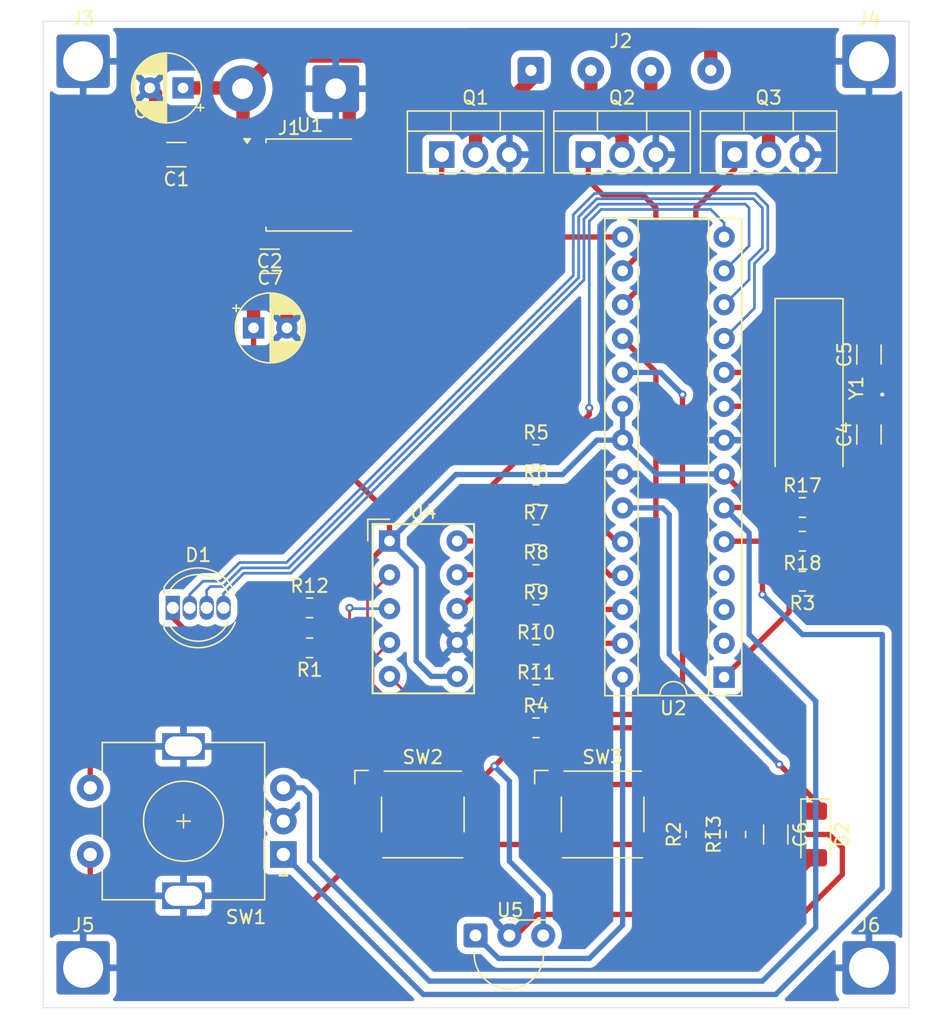
<source format=kicad_pcb>
(kicad_pcb (version 20240108) (generator "pcbnew") (generator_version "8.0")
  (layers (0 "F.Cu" signal) (31 "B.Cu" signal) (34 "B.Paste" user) (35 "F.Paste" user) (36 "B.SilkS" user "B.Silkscreen") (37 "F.SilkS" user "F.Silkscreen") (38 "B.Mask" user) (39 "F.Mask" user) (44 "Edge.Cuts" user))
  (net 0 "")
  (net 1 "GND")
  (net 2 "+12V")
  (net 3 "+5V")
  (net 4 "Net-(U2-XTAL1{slash}PB6)")
  (net 5 "Net-(U2-XTAL2{slash}PB7)")
  (net 6 "Net-(D1-GK)")
  (net 7 "Net-(D1-BK)")
  (net 8 "Net-(D1-A)")
  (net 9 "Net-(D1-RK)")
  (net 10 "Net-(Q1-G)")
  (net 11 "Net-(J2-Pin_3)")
  (net 12 "Net-(Q2-G)")
  (net 13 "Net-(J2-Pin_2)")
  (net 14 "Net-(Q3-G)")
  (net 15 "Net-(J2-Pin_1)")
  (net 16 "Net-(D2-K)")
  (net 17 "Net-(D2-A)")
  (net 18 "Net-(U2-~{RESET}{slash}PC6)")
  (net 19 "Net-(R1-Pad2)")
  (net 20 "Net-(U2-PB0)")
  (net 21 "Net-(R4-Pad2)")
  (net 22 "Net-(U2-PC1)")
  (net 23 "Net-(U2-PC2)")
  (net 24 "Net-(U4-A)")
  (net 25 "Net-(U2-PC3)")
  (net 26 "Net-(U4-B)")
  (net 27 "Net-(U4-C)")
  (net 28 "Net-(U2-PC4)")
  (net 29 "Net-(U2-PB4)")
  (net 30 "Net-(U4-D)")
  (net 31 "Net-(U4-E)")
  (net 32 "Net-(U2-PB5)")
  (net 33 "Net-(U4-F)")
  (net 34 "Net-(U4-G)")
  (net 35 "Net-(U2-PD3)")
  (net 36 "Net-(U2-PD4)")
  (net 37 "Net-(U2-PC5)")
  (footprint "Resistor_SMD:R_0805_2012Metric_Pad1.20x1.40mm_HandSolder" (layer "F.Cu") (at 110 100.5)
    (property "Reference" "R7" (at 0 -1.65 0) (layer "F.SilkS"))
    (property "Value" "220")
    (pad "1" smd roundrect (at -1 0) (size 1.2 1.4) (layers "F.Cu" "F.Paste" "F.Mask") (roundrect_rratio 0.208333) (net 27 "Net-(U4-C)"))
    (pad "2" smd roundrect (at 1 0) (size 1.2 1.4) (layers "F.Cu" "F.Paste" "F.Mask") (roundrect_rratio 0.208333) (net 23 "Net-(U2-PC2)"))
  )
  (footprint "Package_TO_SOT_THT:TO-220-3_Vertical" (layer "F.Cu") (at 102.92 72)
    (property "Reference" "Q1" (at 2.54 -4.27 0) (layer "F.SilkS"))
    (property "Value" "IRF740")
    (pad "1" thru_hole rect (at 0 0) (size 1.905 2) (drill 1.1) (layers "*.Cu" "*.Mask") (net 10 "Net-(Q1-G)"))
    (pad "2" thru_hole oval (at 2.54 0) (size 1.905 2) (drill 1.1) (layers "*.Cu" "*.Mask") (net 15 "Net-(J2-Pin_1)"))
    (pad "3" thru_hole oval (at 5.08 0) (size 1.905 2) (drill 1.1) (layers "*.Cu" "*.Mask") (net 1 "GND"))
  )
  (footprint "Rotary_Encoder:RotaryEncoder_Alps_EC11E-Switch_Vertical_H20mm" (layer "F.Cu") (at 91.030977 124.5 180)
    (property "Reference" "SW1" (at 2.8 -4.7 0) (layer "F.SilkS"))
    (property "Value" "RotaryEncoder_Switch_MP")
    (pad "A" thru_hole rect (at 0 0 180) (size 2 2) (drill 1) (layers "*.Cu" "*.Mask") (net 35 "Net-(U2-PD3)"))
    (pad "B" thru_hole circle (at 0 5 180) (size 2 2) (drill 1) (layers "*.Cu" "*.Mask") (net 36 "Net-(U2-PD4)"))
    (pad "C" thru_hole circle (at 0 2.5 180) (size 2 2) (drill 1) (layers "*.Cu" "*.Mask") (net 1 "GND"))
    (pad "MP" thru_hole rect (at 7.5 -3.1 180) (size 3.2 2) (drill oval 2.8 1.5) (layers "*.Cu" "*.Mask") (net 1 "GND"))
    (pad "MP" thru_hole rect (at 7.5 8.1 180) (size 3.2 2) (drill oval 2.8 1.5) (layers "*.Cu" "*.Mask") (net 1 "GND"))
    (pad "S1" thru_hole circle (at 14.5 5 180) (size 2 2) (drill 1) (layers "*.Cu" "*.Mask") (net 19 "Net-(R1-Pad2)"))
    (pad "S2" thru_hole circle (at 14.5 0 180) (size 2 2) (drill 1) (layers "*.Cu" "*.Mask") (net 17 "Net-(D2-A)"))
  )
  (footprint "Crystal:Crystal_SMD_HC49-SD" (layer "F.Cu") (at 130.5 89.5 -90)
    (property "Reference" "Y1" (at 0 -3.55 90) (layer "F.SilkS"))
    (property "Value" "16MHz")
    (pad "1" smd rect (at -4.25 0 270) (size 4.5 2) (layers "F.Cu" "F.Paste" "F.Mask") (net 5 "Net-(U2-XTAL2{slash}PB7)"))
    (pad "2" smd rect (at 4.25 0 270) (size 4.5 2) (layers "F.Cu" "F.Paste" "F.Mask") (net 4 "Net-(U2-XTAL1{slash}PB6)"))
  )
  (footprint "Button_Switch_SMD:SW_SPST_Omron_B3FS-100xP" (layer "F.Cu") (at 115 121.5)
    (property "Reference" "SW3" (at 0 -4.3 0) (layer "F.SilkS"))
    (property "Value" "SW_Omron_B3FS")
    (pad "1" smd rect (at -4 -2.25 180) (size 1.6 1.4) (layers "F.Cu" "F.Paste" "F.Mask") (net 21 "Net-(R4-Pad2)"))
    (pad "1" smd rect (at 4 -2.25 180) (size 1.6 1.4) (layers "F.Cu" "F.Paste" "F.Mask") (net 21 "Net-(R4-Pad2)"))
    (pad "2" smd rect (at -4 2.25 180) (size 1.6 1.4) (layers "F.Cu" "F.Paste" "F.Mask") (net 17 "Net-(D2-A)"))
    (pad "2" smd rect (at 4 2.25 180) (size 1.6 1.4) (layers "F.Cu" "F.Paste" "F.Mask") (net 17 "Net-(D2-A)"))
  )
  (footprint "Connector_Wire:SolderWire-0.25sqmm_1x04_P4.5mm_D0.65mm_OD2mm" (layer "F.Cu") (at 109.620761 65.681049)
    (property "Reference" "J2" (at 6.75 -2.2 0) (layer "F.SilkS"))
    (property "Value" "Conn_01x04_Socket")
    (pad "1" thru_hole roundrect (at 0 0) (size 2 2) (drill 0.85) (layers "*.Cu" "*.Mask") (roundrect_rratio 0.125) (net 15 "Net-(J2-Pin_1)"))
    (pad "2" thru_hole circle (at 4.5 0) (size 2 2) (drill 0.85) (layers "*.Cu" "*.Mask") (net 13 "Net-(J2-Pin_2)"))
    (pad "3" thru_hole circle (at 9 0) (size 2 2) (drill 0.85) (layers "*.Cu" "*.Mask") (net 11 "Net-(J2-Pin_3)"))
    (pad "4" thru_hole circle (at 13.5 0) (size 2 2) (drill 0.85) (layers "*.Cu" "*.Mask") (net 2 "+12V"))
  )
  (footprint "Resistor_SMD:R_0805_2012Metric_Pad1.20x1.40mm_HandSolder" (layer "F.Cu") (at 110 109.5)
    (property "Reference" "R10" (at 0 -1.65 0) (layer "F.SilkS"))
    (property "Value" "220")
    (pad "1" smd roundrect (at -1 0) (size 1.2 1.4) (layers "F.Cu" "F.Paste" "F.Mask") (roundrect_rratio 0.208333) (net 33 "Net-(U4-F)"))
    (pad "2" smd roundrect (at 1 0) (size 1.2 1.4) (layers "F.Cu" "F.Paste" "F.Mask") (roundrect_rratio 0.208333) (net 29 "Net-(U2-PB4)"))
  )
  (footprint "Resistor_SMD:R_0805_2012Metric_Pad1.20x1.40mm_HandSolder" (layer "F.Cu") (at 125 123 90)
    (property "Reference" "R13" (at 0 -1.65 90) (layer "F.SilkS"))
    (property "Value" "470")
    (pad "1" smd roundrect (at -1 0 90) (size 1.2 1.4) (layers "F.Cu" "F.Paste" "F.Mask") (roundrect_rratio 0.208333) (net 17 "Net-(D2-A)"))
    (pad "2" smd roundrect (at 1 0 90) (size 1.2 1.4) (layers "F.Cu" "F.Paste" "F.Mask") (roundrect_rratio 0.208333) (net 16 "Net-(D2-K)"))
  )
  (footprint "Resistor_SMD:R_0805_2012Metric_Pad1.20x1.40mm_HandSolder" (layer "F.Cu") (at 130 101 180)
    (property "Reference" "R18" (at 0 -1.65 0) (layer "F.SilkS"))
    (property "Value" "10k")
    (pad "1" smd roundrect (at -1 0 180) (size 1.2 1.4) (layers "F.Cu" "F.Paste" "F.Mask") (roundrect_rratio 0.208333) (net 3 "+5V"))
    (pad "2" smd roundrect (at 1 0 180) (size 1.2 1.4) (layers "F.Cu" "F.Paste" "F.Mask") (roundrect_rratio 0.208333) (net 35 "Net-(U2-PD3)"))
  )
  (footprint "Resistor_SMD:R_0805_2012Metric_Pad1.20x1.40mm_HandSolder" (layer "F.Cu") (at 122 123 90)
    (property "Reference" "R2" (at 0 -1.65 90) (layer "F.SilkS"))
    (property "Value" "10k")
    (pad "1" smd roundrect (at -1 0 90) (size 1.2 1.4) (layers "F.Cu" "F.Paste" "F.Mask") (roundrect_rratio 0.208333) (net 17 "Net-(D2-A)"))
    (pad "2" smd roundrect (at 1 0 90) (size 1.2 1.4) (layers "F.Cu" "F.Paste" "F.Mask") (roundrect_rratio 0.208333) (net 1 "GND"))
  )
  (footprint "Capacitor_THT:CP_Radial_D5.0mm_P2.50mm" (layer "F.Cu") (at 88.794888 85)
    (property "Reference" "C7" (at 1.25 -3.75 0) (layer "F.SilkS"))
    (property "Value" "10uF 25V")
    (pad "1" thru_hole rect (at 0 0) (size 1.6 1.6) (drill 0.8) (layers "*.Cu" "*.Mask") (net 3 "+5V"))
    (pad "2" thru_hole circle (at 2.5 0) (size 1.6 1.6) (drill 0.8) (layers "*.Cu" "*.Mask") (net 1 "GND"))
  )
  (footprint "Capacitor_SMD:C_1206_3216Metric_Pad1.33x1.80mm_HandSolder" (layer "F.Cu") (at 128 123 -90)
    (property "Reference" "C6" (at 0 -1.85 90) (layer "F.SilkS"))
    (property "Value" "1uF")
    (pad "1" smd roundrect (at -1.5625 0 270) (size 1.325 1.8) (layers "F.Cu" "F.Paste" "F.Mask") (roundrect_rratio 0.188679) (net 16 "Net-(D2-K)"))
    (pad "2" smd roundrect (at 1.5625 0 270) (size 1.325 1.8) (layers "F.Cu" "F.Paste" "F.Mask") (roundrect_rratio 0.188679) (net 1 "GND"))
  )
  (footprint "Resistor_SMD:R_0805_2012Metric_Pad1.20x1.40mm_HandSolder" (layer "F.Cu") (at 110 103.5)
    (property "Reference" "R8" (at 0 -1.65 0) (layer "F.SilkS"))
    (property "Value" "220")
    (pad "1" smd roundrect (at -1 0) (size 1.2 1.4) (layers "F.Cu" "F.Paste" "F.Mask") (roundrect_rratio 0.208333) (net 30 "Net-(U4-D)"))
    (pad "2" smd roundrect (at 1 0) (size 1.2 1.4) (layers "F.Cu" "F.Paste" "F.Mask") (roundrect_rratio 0.208333) (net 25 "Net-(U2-PC3)"))
  )
  (footprint "Package_DIP:DIP-28_W7.62mm_Socket" (layer "F.Cu") (at 124.12 111.2 180)
    (property "Reference" "U2" (at 3.81 -2.33 0) (layer "F.SilkS"))
    (property "Value" "ATmega328-P")
    (pad "1" thru_hole rect (at 0 0 180) (size 1.6 1.6) (drill 0.8) (layers "*.Cu" "*.Mask") (net 18 "Net-(U2-~{RESET}{slash}PC6)"))
    (pad "2" thru_hole oval (at 0 2.54 180) (size 1.6 1.6) (drill 0.8) (layers "*.Cu" "*.Mask"))
    (pad "3" thru_hole oval (at 0 5.08 180) (size 1.6 1.6) (drill 0.8) (layers "*.Cu" "*.Mask"))
    (pad "4" thru_hole oval (at 0 7.62 180) (size 1.6 1.6) (drill 0.8) (layers "*.Cu" "*.Mask"))
    (pad "5" thru_hole oval (at 0 10.16 180) (size 1.6 1.6) (drill 0.8) (layers "*.Cu" "*.Mask") (net 35 "Net-(U2-PD3)"))
    (pad "6" thru_hole oval (at 0 12.7 180) (size 1.6 1.6) (drill 0.8) (layers "*.Cu" "*.Mask") (net 36 "Net-(U2-PD4)"))
    (pad "7" thru_hole oval (at 0 15.24 180) (size 1.6 1.6) (drill 0.8) (layers "*.Cu" "*.Mask") (net 3 "+5V"))
    (pad "8" thru_hole oval (at 0 17.78 180) (size 1.6 1.6) (drill 0.8) (layers "*.Cu" "*.Mask") (net 1 "GND"))
    (pad "9" thru_hole oval (at 0 20.32 180) (size 1.6 1.6) (drill 0.8) (layers "*.Cu" "*.Mask") (net 4 "Net-(U2-XTAL1{slash}PB6)"))
    (pad "10" thru_hole oval (at 0 22.86 180) (size 1.6 1.6) (drill 0.8) (layers "*.Cu" "*.Mask") (net 5 "Net-(U2-XTAL2{slash}PB7)"))
    (pad "11" thru_hole oval (at 0 25.4 180) (size 1.6 1.6) (drill 0.8) (layers "*.Cu" "*.Mask") (net 9 "Net-(D1-RK)"))
    (pad "12" thru_hole oval (at 0 27.94 180) (size 1.6 1.6) (drill 0.8) (layers "*.Cu" "*.Mask") (net 6 "Net-(D1-GK)"))
    (pad "13" thru_hole oval (at 0 30.48 180) (size 1.6 1.6) (drill 0.8) (layers "*.Cu" "*.Mask") (net 7 "Net-(D1-BK)"))
    (pad "14" thru_hole oval (at 0 33.02 180) (size 1.6 1.6) (drill 0.8) (layers "*.Cu" "*.Mask") (net 20 "Net-(U2-PB0)"))
    (pad "15" thru_hole oval (at 7.62 33.02 180) (size 1.6 1.6) (drill 0.8) (layers "*.Cu" "*.Mask") (net 10 "Net-(Q1-G)"))
    (pad "16" thru_hole oval (at 7.62 30.48 180) (size 1.6 1.6) (drill 0.8) (layers "*.Cu" "*.Mask") (net 12 "Net-(Q2-G)"))
    (pad "17" thru_hole oval (at 7.62 27.94 180) (size 1.6 1.6) (drill 0.8) (layers "*.Cu" "*.Mask") (net 14 "Net-(Q3-G)"))
    (pad "18" thru_hole oval (at 7.62 25.4 180) (size 1.6 1.6) (drill 0.8) (layers "*.Cu" "*.Mask") (net 29 "Net-(U2-PB4)"))
    (pad "19" thru_hole oval (at 7.62 22.86 180) (size 1.6 1.6) (drill 0.8) (layers "*.Cu" "*.Mask") (net 32 "Net-(U2-PB5)"))
    (pad "20" thru_hole oval (at 7.62 20.32 180) (size 1.6 1.6) (drill 0.8) (layers "*.Cu" "*.Mask") (net 3 "+5V"))
    (pad "21" thru_hole oval (at 7.62 17.78 180) (size 1.6 1.6) (drill 0.8) (layers "*.Cu" "*.Mask") (net 3 "+5V"))
    (pad "22" thru_hole oval (at 7.62 15.24 180) (size 1.6 1.6) (drill 0.8) (layers "*.Cu" "*.Mask") (net 1 "GND"))
    (pad "23" thru_hole oval (at 7.62 12.7 180) (size 1.6 1.6) (drill 0.8) (layers "*.Cu" "*.Mask") (net 16 "Net-(D2-K)"))
    (pad "24" thru_hole oval (at 7.62 10.16 180) (size 1.6 1.6) (drill 0.8) (layers "*.Cu" "*.Mask") (net 22 "Net-(U2-PC1)"))
    (pad "25" thru_hole oval (at 7.62 7.62 180) (size 1.6 1.6) (drill 0.8) (layers "*.Cu" "*.Mask") (net 23 "Net-(U2-PC2)"))
    (pad "26" thru_hole oval (at 7.62 5.08 180) (size 1.6 1.6) (drill 0.8) (layers "*.Cu" "*.Mask") (net 25 "Net-(U2-PC3)"))
    (pad "27" thru_hole oval (at 7.62 2.54 180) (size 1.6 1.6) (drill 0.8) (layers "*.Cu" "*.Mask") (net 28 "Net-(U2-PC4)"))
    (pad "28" thru_hole oval (at 7.62 0 180) (size 1.6 1.6) (drill 0.8) (layers "*.Cu" "*.Mask") (net 37 "Net-(U2-PC5)"))
  )
  (footprint "Resistor_SMD:R_0805_2012Metric_Pad1.20x1.40mm_HandSolder" (layer "F.Cu") (at 93 109 180)
    (property "Reference" "R1" (at 0 -1.65 0) (layer "F.SilkS"))
    (property "Value" "15k")
    (pad "1" smd roundrect (at -1 0 180) (size 1.2 1.4) (layers "F.Cu" "F.Paste" "F.Mask") (roundrect_rratio 0.208333) (net 3 "+5V"))
    (pad "2" smd roundrect (at 1 0 180) (size 1.2 1.4) (layers "F.Cu" "F.Paste" "F.Mask") (roundrect_rratio 0.208333) (net 19 "Net-(R1-Pad2)"))
  )
  (footprint "Package_TO_SOT_THT:TO-220-3_Vertical" (layer "F.Cu") (at 124.92 72)
    (property "Reference" "Q3" (at 2.54 -4.27 0) (layer "F.SilkS"))
    (property "Value" "IRF740")
    (pad "1" thru_hole rect (at 0 0) (size 1.905 2) (drill 1.1) (layers "*.Cu" "*.Mask") (net 14 "Net-(Q3-G)"))
    (pad "2" thru_hole oval (at 2.54 0) (size 1.905 2) (drill 1.1) (layers "*.Cu" "*.Mask") (net 11 "Net-(J2-Pin_3)"))
    (pad "3" thru_hole oval (at 5.08 0) (size 1.905 2) (drill 1.1) (layers "*.Cu" "*.Mask") (net 1 "GND"))
  )
  (footprint "Resistor_SMD:R_0805_2012Metric_Pad1.20x1.40mm_HandSolder" (layer "F.Cu") (at 93 106)
    (property "Reference" "R12" (at 0 -1.65 0) (layer "F.SilkS"))
    (property "Value" "220")
    (pad "1" smd roundrect (at -1 0) (size 1.2 1.4) (layers "F.Cu" "F.Paste" "F.Mask") (roundrect_rratio 0.208333) (net 8 "Net-(D1-A)"))
    (pad "2" smd roundrect (at 1 0) (size 1.2 1.4) (layers "F.Cu" "F.Paste" "F.Mask") (roundrect_rratio 0.208333) (net 3 "+5V"))
  )
  (footprint "Resistor_SMD:R_0805_2012Metric_Pad1.20x1.40mm_HandSolder" (layer "F.Cu") (at 110 112.5)
    (property "Reference" "R11" (at 0 -1.65 0) (layer "F.SilkS"))
    (property "Value" "220")
    (pad "1" smd roundrect (at -1 0) (size 1.2 1.4) (layers "F.Cu" "F.Paste" "F.Mask") (roundrect_rratio 0.208333) (net 34 "Net-(U4-G)"))
    (pad "2" smd roundrect (at 1 0) (size 1.2 1.4) (layers "F.Cu" "F.Paste" "F.Mask") (roundrect_rratio 0.208333) (net 32 "Net-(U2-PB5)"))
  )
  (footprint "Capacitor_SMD:C_1206_3216Metric_Pad1.33x1.80mm_HandSolder" (layer "F.Cu") (at 83 72 180)
    (property "Reference" "C1" (at 0 -1.85 0) (layer "F.SilkS"))
    (property "Value" "0.33uF")
    (pad "1" smd roundrect (at -1.5625 0 180) (size 1.325 1.8) (layers "F.Cu" "F.Paste" "F.Mask") (roundrect_rratio 0.188679) (net 2 "+12V"))
    (pad "2" smd roundrect (at 1.5625 0 180) (size 1.325 1.8) (layers "F.Cu" "F.Paste" "F.Mask") (roundrect_rratio 0.188679) (net 1 "GND"))
  )
  (footprint "Resistor_SMD:R_0805_2012Metric_Pad1.20x1.40mm_HandSolder" (layer "F.Cu") (at 110 97.5)
    (property "Reference" "R6" (at 0 -1.65 0) (layer "F.SilkS"))
    (property "Value" "220")
    (pad "1" smd roundrect (at -1 0) (size 1.2 1.4) (layers "F.Cu" "F.Paste" "F.Mask") (roundrect_rratio 0.208333) (net 26 "Net-(U4-B)"))
    (pad "2" smd roundrect (at 1 0) (size 1.2 1.4) (layers "F.Cu" "F.Paste" "F.Mask") (roundrect_rratio 0.208333) (net 22 "Net-(U2-PC1)"))
  )
  (footprint "Resistor_SMD:R_0805_2012Metric_Pad1.20x1.40mm_HandSolder" (layer "F.Cu") (at 110 115)
    (property "Reference" "R4" (at 0 -1.65 0) (layer "F.SilkS"))
    (property "Value" "4,7k")
    (pad "1" smd roundrect (at -1 0) (size 1.2 1.4) (layers "F.Cu" "F.Paste" "F.Mask") (roundrect_rratio 0.208333) (net 3 "+5V"))
    (pad "2" smd roundrect (at 1 0) (size 1.2 1.4) (layers "F.Cu" "F.Paste" "F.Mask") (roundrect_rratio 0.208333) (net 21 "Net-(R4-Pad2)"))
  )
  (footprint "Package_TO_SOT_SMD:TO-252-2" (layer "F.Cu") (at 93.04 74.28)
    (property "Reference" "U1" (at 0 -4.5 0) (layer "F.SilkS"))
    (property "Value" "LM78M05_TO252")
    (pad "1" smd roundrect (at -5.04 -2.28) (size 2.2 1.2) (layers "F.Cu" "F.Paste" "F.Mask") (roundrect_rratio 0.208333) (net 2 "+12V"))
    (pad "2" smd roundrect (at -0.415 -1.525) (size 3.05 2.75) (layers "F.Cu" "F.Paste") (roundrect_rratio 0.090909) (net 1 "GND"))
    (pad "2" smd roundrect (at -0.415 1.525) (size 3.05 2.75) (layers "F.Cu" "F.Paste") (roundrect_rratio 0.090909) (net 1 "GND"))
    (pad "2" smd roundrect (at 1.26 0) (size 6.4 5.8) (layers "F.Cu" "F.Mask") (roundrect_rratio 0.043103) (net 1 "GND"))
    (pad "2" smd roundrect (at 2.935 -1.525) (size 3.05 2.75) (layers "F.Cu" "F.Paste") (roundrect_rratio 0.090909) (net 1 "GND"))
    (pad "2" smd roundrect (at 2.935 1.525) (size 3.05 2.75) (layers "F.Cu" "F.Paste") (roundrect_rratio 0.090909) (net 1 "GND"))
    (pad "3" smd roundrect (at -5.04 2.28) (size 2.2 1.2) (layers "F.Cu" "F.Paste" "F.Mask") (roundrect_rratio 0.208333) (net 3 "+5V"))
  )
  (footprint "Connector_Wire:SolderWire-2.5sqmm_1x01_D2.4mm_OD3.6mm" (layer "F.Cu") (at 135 133)
    (property "Reference" "J6" (at 0 -3.2 0) (layer "F.SilkS"))
    (property "Value" "Conn_01x01_Pin")
    (pad "1" thru_hole roundrect (at 0 0) (size 4 4) (drill 3) (layers "*.Cu" "*.Mask") (roundrect_rratio 0.0625) (net 1 "GND"))
  )
  (footprint "Resistor_SMD:R_0805_2012Metric_Pad1.20x1.40mm_HandSolder" (layer "F.Cu") (at 110 106.5)
    (property "Reference" "R9" (at 0 -1.65 0) (layer "F.SilkS"))
    (property "Value" "220")
    (pad "1" smd roundrect (at -1 0) (size 1.2 1.4) (layers "F.Cu" "F.Paste" "F.Mask") (roundrect_rratio 0.208333) (net 31 "Net-(U4-E)"))
    (pad "2" smd roundrect (at 1 0) (size 1.2 1.4) (layers "F.Cu" "F.Paste" "F.Mask") (roundrect_rratio 0.208333) (net 28 "Net-(U2-PC4)"))
  )
  (footprint "Capacitor_THT:CP_Radial_D5.0mm_P2.50mm" (layer "F.Cu") (at 83.5 67 180)
    (property "Reference" "C3" (at 2.75 -1.75 0) (layer "F.SilkS"))
    (property "Value" "100uF 25V")
    (pad "1" thru_hole rect (at 0 0 180) (size 1.6 1.6) (drill 0.8) (layers "*.Cu" "*.Mask") (net 2 "+12V"))
    (pad "2" thru_hole circle (at 2.5 0 180) (size 1.6 1.6) (drill 0.8) (layers "*.Cu" "*.Mask") (net 1 "GND"))
  )
  (footprint "Capacitor_SMD:C_1206_3216Metric_Pad1.33x1.80mm_HandSolder" (layer "F.Cu") (at 135 87 90)
    (property "Reference" "C5" (at 0 -1.85 90) (layer "F.SilkS"))
    (property "Value" "22pF")
    (pad "1" smd roundrect (at -1.5625 0 90) (size 1.325 1.8) (layers "F.Cu" "F.Paste" "F.Mask") (roundrect_rratio 0.188679) (net 1 "GND"))
    (pad "2" smd roundrect (at 1.5625 0 90) (size 1.325 1.8) (layers "F.Cu" "F.Paste" "F.Mask") (roundrect_rratio 0.188679) (net 5 "Net-(U2-XTAL2{slash}PB7)"))
  )
  (footprint "OptoDevice:Vishay_MINIMOLD-3Pin" (layer "F.Cu") (at 105.46 130.575)
    (property "Reference" "U5" (at 2.6 -1.9 180) (layer "F.SilkS"))
    (property "Value" "TSOP531xx")
    (pad "1" thru_hole roundrect (at 0 0) (size 1.8 1.8) (drill 0.9) (layers "*.Cu" "*.Mask") (roundrect_rratio 0.139) (net 37 "Net-(U2-PC5)"))
    (pad "2" thru_hole circle (at 2.54 0) (size 1.8 1.8) (drill 0.9) (layers "*.Cu" "*.Mask") (net 1 "GND"))
    (pad "3" thru_hole circle (at 5.08 0) (size 1.8 1.8) (drill 0.9) (layers "*.Cu" "*.Mask") (net 3 "+5V"))
  )
  (footprint "Resistor_SMD:R_0805_2012Metric_Pad1.20x1.40mm_HandSolder" (layer "F.Cu") (at 130 98.471556)
    (property "Reference" "R17" (at 0 -1.65 0) (layer "F.SilkS"))
    (property "Value" "10k")
    (pad "1" smd roundrect (at -1 0) (size 1.2 1.4) (layers "F.Cu" "F.Paste" "F.Mask") (roundrect_rratio 0.208333) (net 36 "Net-(U2-PD4)"))
    (pad "2" smd roundrect (at 1 0) (size 1.2 1.4) (layers "F.Cu" "F.Paste" "F.Mask") (roundrect_rratio 0.208333) (net 3 "+5V"))
  )
  (footprint "Connector_Wire:SolderWire-0.75sqmm_1x02_P7mm_D1.25mm_OD3.5mm" (layer "F.Cu") (at 94.96 67.055 180)
    (property "Reference" "J1" (at 3.5 -2.95 0) (layer "F.SilkS"))
    (property "Value" "Conn_01x02")
    (pad "1" thru_hole roundrect (at 0 0 180) (size 3.5 3.5) (drill 1.55) (layers "*.Cu" "*.Mask") (roundrect_rratio 0.071429) (net 1 "GND"))
    (pad "2" thru_hole circle (at 7 0 180) (size 3.5 3.5) (drill 1.55) (layers "*.Cu" "*.Mask") (net 2 "+12V"))
  )
  (footprint "Capacitor_SMD:C_1206_3216Metric_Pad1.33x1.80mm_HandSolder" (layer "F.Cu") (at 90 80)
    (property "Reference" "C2" (at 0 0 0) (layer "F.SilkS"))
    (property "Value" "0.1uF")
    (pad "1" smd roundrect (at -1.5625 0) (size 1.325 1.8) (layers "F.Cu" "F.Paste" "F.Mask") (roundrect_rratio 0.188679) (net 3 "+5V"))
    (pad "2" smd roundrect (at 1.5625 0) (size 1.325 1.8) (layers "F.Cu" "F.Paste" "F.Mask") (roundrect_rratio 0.188679) (net 1 "GND"))
  )
  (footprint "Connector_Wire:SolderWire-2.5sqmm_1x01_D2.4mm_OD3.6mm" (layer "F.Cu") (at 135 65)
    (property "Reference" "J4" (at 0 -3.2 0) (layer "F.SilkS"))
    (property "Value" "Conn_01x01_Pin")
    (pad "1" thru_hole roundrect (at 0 0) (size 4 4) (drill 3) (layers "*.Cu" "*.Mask") (roundrect_rratio 0.0625) (net 1 "GND"))
  )
  (footprint "Connector_Wire:SolderWire-2.5sqmm_1x01_D2.4mm_OD3.6mm" (layer "F.Cu") (at 76 133)
    (property "Reference" "J5" (at 0 -3.2 0) (layer "F.SilkS"))
    (property "Value" "Conn_01x01_Pin")
    (pad "1" thru_hole roundrect (at 0 0) (size 4 4) (drill 3) (layers "*.Cu" "*.Mask") (roundrect_rratio 0.0625) (net 1 "GND"))
  )
  (footprint "Capacitor_SMD:C_1206_3216Metric_Pad1.33x1.80mm_HandSolder" (layer "F.Cu") (at 135 93 90)
    (property "Reference" "C4" (at 0 -1.85 90) (layer "F.SilkS"))
    (property "Value" "22pF")
    (pad "1" smd roundrect (at -1.5625 0 90) (size 1.325 1.8) (layers "F.Cu" "F.Paste" "F.Mask") (roundrect_rratio 0.188679) (net 4 "Net-(U2-XTAL1{slash}PB6)"))
    (pad "2" smd roundrect (at 1.5625 0 90) (size 1.325 1.8) (layers "F.Cu" "F.Paste" "F.Mask") (roundrect_rratio 0.188679) (net 1 "GND"))
  )
  (footprint "Resistor_SMD:R_0805_2012Metric_Pad1.20x1.40mm_HandSolder" (layer "F.Cu") (at 110 94.5)
    (property "Reference" "R5" (at 0 -1.65 0) (layer "F.SilkS"))
    (property "Value" "220")
    (pad "1" smd roundrect (at -1 0) (size 1.2 1.4) (layers "F.Cu" "F.Paste" "F.Mask") (roundrect_rratio 0.208333) (net 24 "Net-(U4-A)"))
    (pad "2" smd roundrect (at 1 0) (size 1.2 1.4) (layers "F.Cu" "F.Paste" "F.Mask") (roundrect_rratio 0.208333) (net 20 "Net-(U2-PB0)"))
  )
  (footprint "Resistor_SMD:R_0805_2012Metric_Pad1.20x1.40mm_HandSolder" (layer "F.Cu") (at 130 104 180)
    (property "Reference" "R3" (at 0 -1.65 0) (layer "F.SilkS"))
    (property "Value" "10k")
    (pad "1" smd roundrect (at -1 0 180) (size 1.2 1.4) (layers "F.Cu" "F.Paste" "F.Mask") (roundrect_rratio 0.208333) (net 3 "+5V"))
    (pad "2" smd roundrect (at 1 0 180) (size 1.2 1.4) (layers "F.Cu" "F.Paste" "F.Mask") (roundrect_rratio 0.208333) (net 18 "Net-(U2-~{RESET}{slash}PC6)"))
  )
  (footprint "Display_7Segment:HDSP-A151" (layer "F.Cu") (at 99 100.9825)
    (property "Reference" "U4" (at 2.54 -2.159 0) (layer "F.SilkS"))
    (property "Value" "HDSP-7501")
    (pad "1" thru_hole rect (at 0 0) (size 1.6 1.6) (drill 0.8) (layers "*.Cu" "*.Mask") (net 3 "+5V"))
    (pad "2" thru_hole circle (at 0 2.54) (size 1.6 1.6) (drill 0.8) (layers "*.Cu" "*.Mask") (net 33 "Net-(U4-F)"))
    (pad "3" thru_hole circle (at 0 5.08) (size 1.6 1.6) (drill 0.8) (layers "*.Cu" "*.Mask") (net 34 "Net-(U4-G)"))
    (pad "4" thru_hole circle (at 0 7.62) (size 1.6 1.6) (drill 0.8) (layers "*.Cu" "*.Mask") (net 31 "Net-(U4-E)"))
    (pad "5" thru_hole circle (at 0 10.16) (size 1.6 1.6) (drill 0.8) (layers "*.Cu" "*.Mask") (net 30 "Net-(U4-D)"))
    (pad "6" thru_hole circle (at 5.08 10.16) (size 1.6 1.6) (drill 0.8) (layers "*.Cu" "*.Mask") (net 3 "+5V"))
    (pad "7" thru_hole circle (at 5.08 7.62) (size 1.6 1.6) (drill 0.8) (layers "*.Cu" "*.Mask") (net 1 "GND"))
    (pad "8" thru_hole circle (at 5.08 5.08) (size 1.6 1.6) (drill 0.8) (layers "*.Cu" "*.Mask") (net 27 "Net-(U4-C)"))
    (pad "9" thru_hole circle (at 5.08 2.54) (size 1.6 1.6) (drill 0.8) (layers "*.Cu" "*.Mask") (net 26 "Net-(U4-B)"))
    (pad "10" thru_hole circle (at 5.08 0) (size 1.6 1.6) (drill 0.8) (layers "*.Cu" "*.Mask") (net 24 "Net-(U4-A)"))
  )
  (footprint "Diode_SMD:D_MiniMELF" (layer "F.Cu") (at 131 123 -90)
    (property "Reference" "D2" (at 0 -2 90) (layer "F.SilkS"))
    (property "Value" "D")
    (pad "1" smd roundrect (at -1.75 0 270) (size 1.3 1.7) (layers "F.Cu" "F.Paste" "F.Mask") (roundrect_rratio 0.1923076923) (net 16 "Net-(D2-K)"))
    (pad "2" smd roundrect (at 1.75 0 270) (size 1.3 1.7) (layers "F.Cu" "F.Paste" "F.Mask") (roundrect_rratio 0.1923076923) (net 17 "Net-(D2-A)"))
  )
  (footprint "LED_THT:LED_D5.0mm-4_RGB" (layer "F.Cu") (at 82.73 106)
    (property "Reference" "D1" (at 1.905 -3.96 0) (layer "F.SilkS"))
    (property "Value" "LED_ARGB")
    (pad "1" thru_hole rect (at 0 0) (size 1.07 1.8) (drill 0.9) (layers "*.Cu" "*.Mask") (net 8 "Net-(D1-A)"))
    (pad "2" thru_hole oval (at 1.27 0) (size 1.07 1.8) (drill 0.9) (layers "*.Cu" "*.Mask") (net 9 "Net-(D1-RK)"))
    (pad "3" thru_hole oval (at 2.54 0) (size 1.07 1.8) (drill 0.9) (layers "*.Cu" "*.Mask") (net 6 "Net-(D1-GK)"))
    (pad "4" thru_hole oval (at 3.81 0) (size 1.07 1.8) (drill 0.9) (layers "*.Cu" "*.Mask") (net 7 "Net-(D1-BK)"))
  )
  (footprint "Button_Switch_SMD:SW_SPST_Omron_B3FS-100xP" (layer "F.Cu") (at 101.5 121.5)
    (property "Reference" "SW2" (at 0 -4.3 0) (layer "F.SilkS"))
    (property "Value" "SW_Omron_B3FS")
    (pad "1" smd rect (at -4 -2.25 180) (size 1.6 1.4) (layers "F.Cu" "F.Paste" "F.Mask") (net 3 "+5V"))
    (pad "1" smd rect (at 4 -2.25 180) (size 1.6 1.4) (layers "F.Cu" "F.Paste" "F.Mask") (net 3 "+5V"))
    (pad "2" smd rect (at -4 2.25 180) (size 1.6 1.4) (layers "F.Cu" "F.Paste" "F.Mask") (net 17 "Net-(D2-A)"))
    (pad "2" smd rect (at 4 2.25 180) (size 1.6 1.4) (layers "F.Cu" "F.Paste" "F.Mask") (net 17 "Net-(D2-A)"))
  )
  (footprint "Connector_Wire:SolderWire-2.5sqmm_1x01_D2.4mm_OD3.6mm" (layer "F.Cu") (at 76 65)
    (property "Reference" "J3" (at 0 -3.2 0) (layer "F.SilkS"))
    (property "Value" "Conn_01x01_Pin")
    (pad "1" thru_hole roundrect (at 0 0) (size 4 4) (drill 3) (layers "*.Cu" "*.Mask") (roundrect_rratio 0.0625) (net 1 "GND"))
  )
  (footprint "Package_TO_SOT_THT:TO-220-3_Vertical" (layer "F.Cu") (at 113.92 72)
    (property "Reference" "Q2" (at 2.54 -4.27 0) (layer "F.SilkS"))
    (property "Value" "IRF740")
    (pad "1" thru_hole rect (at 0 0) (size 1.905 2) (drill 1.1) (layers "*.Cu" "*.Mask") (net 12 "Net-(Q2-G)"))
    (pad "2" thru_hole oval (at 2.54 0) (size 1.905 2) (drill 1.1) (layers "*.Cu" "*.Mask") (net 13 "Net-(J2-Pin_2)"))
    (pad "3" thru_hole oval (at 5.08 0) (size 1.905 2) (drill 1.1) (layers "*.Cu" "*.Mask") (net 1 "GND"))
  )
  (gr_rect (start 73 62) (end 138 136) (stroke (width 0.05)) (fill none) (layer "Edge.Cuts"))
  (gr_text "GEFUR" (at 77 95 0) (layer "F.Cu") (effects (font (size 1.5 1.5) (thickness 0.3) (bold yes)) (justify left bottom)))
  (segment (start 91.5625 80) (end 91.5625 76.8675) (width 1) (layer "F.Cu") (net 1))
  (segment (start 95.975 72.755) (end 95.975 68.07) (width 1) (layer "F.Cu") (net 1))
  (segment (start 130 129) (end 110.075 129) (width 0.4) (layer "F.Cu") (net 1))
  (segment (start 122 122) (end 123 123) (width 0.4) (layer "F.Cu") (net 1))
  (segment (start 135 90) (end 136 90) (width 0.4) (layer "F.Cu") (net 1))
  (segment (start 91.294888 85) (end 91.294888 80.267612) (width 1) (layer "F.Cu") (net 1))
  (segment (start 133 124) (end 133 126) (width 0.4) (layer "F.Cu") (net 1))
  (segment (start 91.294888 80.267612) (end 91.5625 80) (width 1) (layer "F.Cu") (net 1))
  (segment (start 128 123) (end 132 123) (width 0.4) (layer "F.Cu") (net 1))
  (segment (start 132 123) (end 133 124) (width 0.4) (layer "F.Cu") (net 1))
  (segment (start 81.4375 72) (end 81.4375 67.4375) (width 1) (layer "F.Cu") (net 1))
  (segment (start 92.625 72.755) (end 95.975 72.755) (width 1) (layer "F.Cu") (net 1))
  (segment (start 135 91.4375) (end 135 90) (width 0.4) (layer "F.Cu") (net 1))
  (segment (start 92.625 75.805) (end 95.975 75.805) (width 1) (layer "F.Cu") (net 1))
  (segment (start 128 124.5625) (end 128 123) (width 0.4) (layer "F.Cu") (net 1))
  (segment (start 91.5625 76.8675) (end 92.625 75.805) (width 1) (layer "F.Cu") (net 1))
  (segment (start 133 126) (end 130 129) (width 0.4) (layer "F.Cu") (net 1))
  (segment (start 110.075 129) (end 108 131.075) (width 0.4) (layer "F.Cu") (net 1))
  (segment (start 81.4375 67.4375) (end 81 67) (width 1) (layer "F.Cu") (net 1))
  (segment (start 95.975 75.805) (end 95.975 72.755) (width 1) (layer "F.Cu") (net 1))
  (segment (start 123 123) (end 128 123) (width 0.4) (layer "F.Cu") (net 1))
  (segment (start 135 90) (end 135 88.5625) (width 0.4) (layer "F.Cu") (net 1))
  (segment (start 95.975 68.07) (end 94.96 67.055) (width 1) (layer "F.Cu") (net 1))
  (segment (start 92.625 72.755) (end 92.625 75.805) (width 1) (layer "F.Cu") (net 1))
  (via (at 136 90) (size 0.6) (drill 0.3) (layers "F.Cu" "B.Cu") (net 1))
  (segment (start 87.96 67.055) (end 90.41 64.605) (width 1) (layer "F.Cu") (net 2))
  (segment (start 83.5 67) (end 87.905 67) (width 1) (layer "F.Cu") (net 2))
  (segment (start 84.5625 72) (end 88 72) (width 1) (layer "F.Cu") (net 2))
  (segment (start 105 63) (end 122 63) (width 1) (layer "F.Cu") (net 2))
  (segment (start 122 63) (end 123.120761 64.120761) (width 1) (layer "F.Cu") (net 2))
  (segment (start 87.905 67) (end 87.96 67.055) (width 1) (layer "F.Cu") (net 2))
  (segment (start 88 67.095) (end 87.96 67.055) (width 1) (layer "F.Cu") (net 2))
  (segment (start 103.395 64.605) (end 105 63) (width 1) (layer "F.Cu") (net 2))
  (segment (start 123.120761 64.120761) (end 123.120761 65.681049) (width 1) (layer "F.Cu") (net 2))
  (segment (start 88 72) (end 88 67.095) (width 1) (layer "F.Cu") (net 2))
  (segment (start 90.41 64.605) (end 103.395 64.605) (width 1) (layer "F.Cu") (net 2))
  (segment (start 88.4375 76.9975) (end 88 76.56) (width 1) (layer "F.Cu") (net 3))
  (segment (start 105.5 119.25) (end 106.875 117.875) (width 0.4) (layer "F.Cu") (net 3))
  (segment (start 88.794888 88.794888) (end 99 99) (width 0.4) (layer "F.Cu") (net 3))
  (segment (start 94 106) (end 94 109) (width 0.4) (layer "F.Cu") (net 3))
  (segment (start 88.794888 85) (end 88.794888 80.357388) (width 1) (layer "F.Cu") (net 3))
  (segment (start 88.794888 85) (end 88.794888 88.794888) (width 0.4) (layer "F.Cu") (net 3))
  (segment (start 88.794888 80.357388) (end 88.4375 80) (width 1) (layer "F.Cu") (net 3))
  (segment (start 131 101) (end 131 104) (width 0.4) (layer "F.Cu") (net 3))
  (segment (start 131 98.471556) (end 131 101) (width 0.4) (layer "F.Cu") (net 3))
  (segment (start 97.5 119.25) (end 94.25 116) (width 0.4) (layer "F.Cu") (net 3))
  (segment (start 94 116) (end 94 109) (width 0.4) (layer "F.Cu") (net 3))
  (segment (start 129.528444 97) (end 125.16 97) (width 0.4) (layer "F.Cu") (net 3))
  (segment (start 88.4375 80) (end 88.4375 76.9975) (width 1) (layer "F.Cu") (net 3))
  (segment (start 99 99) (end 99 100.9825) (width 0.4) (layer "F.Cu") (net 3))
  (segment (start 94 106) (end 99 101) (width 0.4) (layer "F.Cu") (net 3))
  (segment (start 97.5 119.25) (end 105.5 119.25) (width 0.4) (layer "F.Cu") (net 3))
  (segment (start 131 98.471556) (end 129.528444 97) (width 0.4) (layer "F.Cu") (net 3))
  (segment (start 94.25 116) (end 94 116) (width 0.4) (layer "F.Cu") (net 3))
  (segment (start 109 115.75) (end 109 115) (width 0.4) (layer "F.Cu") (net 3))
  (segment (start 106.875 117.875) (end 109 115.75) (width 0.4) (layer "F.Cu") (net 3))
  (segment (start 99 101) (end 99 100.9825) (width 0.4) (layer "F.Cu") (net 3))
  (segment (start 125.16 97) (end 124.12 95.96) (width 0.4) (layer "F.Cu") (net 3))
  (via (at 106.875 117.875) (size 0.6) (drill 0.3) (layers "F.Cu" "B.Cu") (net 3))
  (segment (start 101 110) (end 102.1425 111.1425) (width 0.4) (layer "B.Cu") (net 3))
  (segment (start 110.54 131.075) (end 110.54 127.54) (width 0.4) (layer "B.Cu") (net 3))
  (segment (start 108 125) (end 108 119) (width 0.4) (layer "B.Cu") (net 3))
  (segment (start 108 119) (end 106.875 117.875) (width 0.4) (layer "B.Cu") (net 3))
  (segment (start 119.04 95.96) (end 116.5 93.42) (width 0.4) (layer "B.Cu") (net 3))
  (segment (start 99 100.9825) (end 103.9825 96) (width 0.4) (layer "B.Cu") (net 3))
  (segment (start 110.54 127.54) (end 108 125) (width 0.4) (layer "B.Cu") (net 3))
  (segment (start 103.9825 96) (end 112 96) (width 0.4) (layer "B.Cu") (net 3))
  (segment (start 102.1425 111.1425) (end 104.08 111.1425) (width 0.4) (layer "B.Cu") (net 3))
  (segment (start 116.5 93.42) (end 116.5 90.88) (width 0.4) (layer "B.Cu") (net 3))
  (segment (start 124.12 95.96) (end 119.04 95.96) (width 0.4) (layer "B.Cu") (net 3))
  (segment (start 101 102.9825) (end 101 110) (width 0.4) (layer "B.Cu") (net 3))
  (segment (start 112 96) (end 114.58 93.42) (width 0.4) (layer "B.Cu") (net 3))
  (segment (start 99 100.9825) (end 101 102.9825) (width 0.4) (layer "B.Cu") (net 3))
  (segment (start 114.58 93.42) (end 116.5 93.42) (width 0.4) (layer "B.Cu") (net 3))
  (segment (start 130.5 93.75) (end 127.75 91) (width 0.4) (layer "F.Cu") (net 4))
  (segment (start 131.3125 94.5625) (end 130.5 93.75) (width 0.4) (layer "F.Cu") (net 4))
  (segment (start 125.88 90.88) (end 124.12 90.88) (width 0.4) (layer "F.Cu") (net 4))
  (segment (start 127.75 91) (end 126 91) (width 0.4) (layer "F.Cu") (net 4))
  (segment (start 126 91) (end 125.88 90.88) (width 0.4) (layer "F.Cu") (net 4))
  (segment (start 135 94.5625) (end 131.3125 94.5625) (width 0.4) (layer "F.Cu") (net 4))
  (segment (start 135 85.4375) (end 134.810607 85.248107) (width 0.4) (layer "F.Cu") (net 5))
  (segment (start 126.66 88.34) (end 124.12 88.34) (width 0.4) (layer "F.Cu") (net 5))
  (segment (start 130.5 85.25) (end 129.75 85.25) (width 0.4) (layer "F.Cu") (net 5))
  (segment (start 129.75 85.25) (end 126.66 88.34) (width 0.4) (layer "F.Cu") (net 5))
  (segment (start 130.501893 85.248107) (end 130.5 85.25) (width 0.4) (layer "F.Cu") (net 5))
  (segment (start 134.810607 85.248107) (end 130.501893 85.248107) (width 0.4) (layer "F.Cu") (net 5))
  (segment (start 86.505 104.4) (end 85.5525 104.4) (width 0.2) (layer "B.Cu") (net 6))
  (segment (start 113.2 76.668628) (end 113.2 81.234314) (width 0.2) (layer "B.Cu") (net 6))
  (segment (start 124.12 83.26) (end 126 81.38) (width 0.2) (layer "B.Cu") (net 6))
  (segment (start 85.27 104.6825) (end 85.27 106) (width 0.2) (layer "B.Cu") (net 6))
  (segment (start 114.554906 75.313722) (end 113.2 76.668628) (width 0.2) (layer "B.Cu") (net 6))
  (segment (start 85.5525 104.4) (end 85.27 104.6825) (width 0.2) (layer "B.Cu") (net 6))
  (segment (start 91.434314 103) (end 87.905 103) (width 0.2) (layer "B.Cu") (net 6))
  (segment (start 126.313722 75.313722) (end 114.554906 75.313722) (width 0.2) (layer "B.Cu") (net 6))
  (segment (start 127 76) (end 126.313722 75.313722) (width 0.2) (layer "B.Cu") (net 6))
  (segment (start 127 79) (end 127 76) (width 0.2) (layer "B.Cu") (net 6))
  (segment (start 126 81.38) (end 126 80) (width 0.2) (layer "B.Cu") (net 6))
  (segment (start 113.2 81.234314) (end 91.434314 103) (width 0.2) (layer "B.Cu") (net 6))
  (segment (start 87.905 103) (end 86.505 104.4) (width 0.2) (layer "B.Cu") (net 6))
  (segment (start 126 80) (end 127 79) (width 0.2) (layer "B.Cu") (net 6))
  (segment (start 125.713722 75.713722) (end 114.720592 75.713722) (width 0.2) (layer "B.Cu") (net 7))
  (segment (start 88.070686 103.4) (end 86.54 104.930686) (width 0.2) (layer "B.Cu") (net 7))
  (segment (start 91.6 103.4) (end 113.6 81.4) (width 0.2) (layer "B.Cu") (net 7))
  (segment (start 86.54 104.930686) (end 86.54 106) (width 0.2) (layer "B.Cu") (net 7))
  (segment (start 126 76) (end 125.713722 75.713722) (width 0.2) (layer "B.Cu") (net 7))
  (segment (start 91.6 103.4) (end 88.070686 103.4) (width 0.2) (layer "B.Cu") (net 7))
  (segment (start 124.12 80.72) (end 126 78.84) (width 0.2) (layer "B.Cu") (net 7))
  (segment (start 113.6 76.834314) (end 113.6 81.4) (width 0.2) (layer "B.Cu") (net 7))
  (segment (start 114.720592 75.713722) (end 113.6 76.834314) (width 0.2) (layer "B.Cu") (net 7))
  (segment (start 126 78.84) (end 126 76) (width 0.2) (layer "B.Cu") (net 7))
  (segment (start 84 108) (end 82.73 106.73) (width 0.4) (layer "F.Cu") (net 8))
  (segment (start 90 108) (end 84 108) (width 0.4) (layer "F.Cu") (net 8))
  (segment (start 92 106) (end 90 108) (width 0.4) (layer "F.Cu") (net 8))
  (segment (start 82.73 106.73) (end 82.73 106) (width 0.4) (layer "F.Cu") (net 8))
  (segment (start 112.8 81.068628) (end 91.268628 102.6) (width 0.2) (layer "B.Cu") (net 9))
  (segment (start 127.4 79.165686) (end 127.4 75.834314) (width 0.2) (layer "B.Cu") (net 9))
  (segment (start 112.8 76.502942) (end 112.8 81.068628) (width 0.2) (layer "B.Cu") (net 9))
  (segment (start 84 105) (end 84 106) (width 0.2) (layer "B.Cu") (net 9))
  (segment (start 112.8 76.502942) (end 114.38922 74.913722) (width 0.2) (layer "B.Cu") (net 9))
  (segment (start 127.4 75.834314) (end 126.479408 74.913722) (width 0.2) (layer "B.Cu") (net 9))
  (segment (start 87.739314 102.6) (end 86.339314 104) (width 0.2) (layer "B.Cu") (net 9))
  (segment (start 126.4 80.165686) (end 127.4 79.165686) (width 0.2) (layer "B.Cu") (net 9))
  (segment (start 85 104) (end 84 105) (width 0.2) (layer "B.Cu") (net 9))
  (segment (start 126.479408 74.913722) (end 114.38922 74.913722) (width 0.2) (layer "B.Cu") (net 9))
  (segment (start 86.339314 104) (end 85 104) (width 0.2) (layer "B.Cu") (net 9))
  (segment (start 91.268628 102.6) (end 87.739314 102.6) (width 0.2) (layer "B.Cu") (net 9))
  (segment (start 124.12 85.8) (end 126.4 83.52) (width 0.2) (layer "B.Cu") (net 9))
  (segment (start 126.4 83.52) (end 126.4 80.165686) (width 0.2) (layer "B.Cu") (net 9))
  (segment (start 102.92 72) (end 102.92 75.92) (width 0.4) (layer "F.Cu") (net 10))
  (segment (start 105.18 78.18) (end 116.5 78.18) (width 0.4) (layer "F.Cu") (net 10))
  (segment (start 102.92 75.92) (end 105.18 78.18) (width 0.4) (layer "F.Cu") (net 10))
  (segment (start 127.46 70) (end 126.46 69) (width 1) (layer "F.Cu") (net 11))
  (segment (start 126.46 69) (end 120 69) (width 1) (layer "F.Cu") (net 11))
  (segment (start 120 69) (end 118.620761 67.620761) (width 1) (layer "F.Cu") (net 11))
  (segment (start 127.46 72) (end 127.46 70) (width 1) (layer "F.Cu") (net 11))
  (segment (start 118.620761 67.620761) (end 118.620761 65.681049) (width 1) (layer "F.Cu") (net 11))
  (segment (start 119 78.22) (end 116.5 80.72) (width 0.4) (layer "F.Cu") (net 12))
  (segment (start 118 75) (end 119 76) (width 0.4) (layer "F.Cu") (net 12))
  (segment (start 119 76) (end 119 78.22) (width 0.4) (layer "F.Cu") (net 12))
  (segment (start 113.92 72) (end 113.92 73.92) (width 0.4) (layer "F.Cu") (net 12))
  (segment (start 113.92 73.92) (end 115 75) (width 0.4) (layer "F.Cu") (net 12))
  (segment (start 115 75) (end 118 75) (width 0.4) (layer "F.Cu") (net 12))
  (segment (start 114.120761 68.199086) (end 114.120761 65.681049) (width 1) (layer "F.Cu") (net 13))
  (segment (start 116.46 70.538325) (end 114.120761 68.199086) (width 1) (layer "F.Cu") (net 13))
  (segment (start 116.46 72) (end 116.46 70.538325) (width 1) (layer "F.Cu") (net 13))
  (segment (start 124.92 72) (end 124.92 73.08) (width 0.4) (layer "F.Cu") (net 14))
  (segment (start 124.92 73.08) (end 122 76) (width 0.4) (layer "F.Cu") (net 14))
  (segment (start 122 76) (end 122 77.76) (width 0.4) (layer "F.Cu") (net 14))
  (segment (start 122 77.76) (end 116.5 83.26) (width 0.4) (layer "F.Cu") (net 14))
  (segment (start 109.620761 66.379239) (end 109.620761 65.681049) (width 1) (layer "F.Cu") (net 15))
  (segment (start 105.46 70.54) (end 109.620761 66.379239) (width 1) (layer "F.Cu") (net 15))
  (segment (start 105.46 72) (end 105.46 70.54) (width 1) (layer "F.Cu") (net 15))
  (segment (start 125 122) (end 127.4375 122) (width 0.4) (layer "F.Cu") (net 16))
  (segment (start 127.4375 122) (end 128 121.4375) (width 0.4) (layer "F.Cu") (net 16))
  (segment (start 128 121.4375) (end 130.8125 121.4375) (width 0.4) (layer "F.Cu") (net 16))
  (segment (start 131.25 120.73) (end 128.26 117.74) (width 0.4) (layer "F.Cu") (net 16))
  (segment (start 130.8125 121.4375) (end 131 121.25) (width 0.4) (layer "F.Cu") (net 16))
  (segment (start 131.25 121) (end 131.25 120.73) (width 0.4) (layer "F.Cu") (net 16))
  (via (at 128.26 117.74) (size 0.6) (drill 0.3) (layers "F.Cu" "B.Cu") (net 16))
  (segment (start 116.5 98.5) (end 119.5 98.5) (width 0.4) (layer "B.Cu") (net 16))
  (segment (start 120 99) (end 120 109.48) (width 0.4) (layer "B.Cu") (net 16))
  (segment (start 120 109.48) (end 128.26 117.74) (width 0.4) (layer "B.Cu") (net 16))
  (segment (start 119.5 98.5) (end 120 99) (width 0.4) (layer "B.Cu") (net 16))
  (segment (start 111 123.75) (end 119 123.75) (width 0.4) (layer "F.Cu") (net 17))
  (segment (start 76.530977 124.5) (end 76.530977 128) (width 0.4) (layer "F.Cu") (net 17))
  (segment (start 105.5 123.75) (end 111 123.75) (width 0.4) (layer "F.Cu") (net 17))
  (segment (start 128.75 127) (end 131 124.75) (width 0.4) (layer "F.Cu") (net 17))
  (segment (start 97.5 123.75) (end 105.5 123.75) (width 0.4) (layer "F.Cu") (net 17))
  (segment (start 125 126) (end 126 127) (width 0.4) (layer "F.Cu") (net 17))
  (segment (start 125 124) (end 125 126) (width 0.4) (layer "F.Cu") (net 17))
  (segment (start 78.530977 130) (end 91.25 130) (width 0.4) (layer "F.Cu") (net 17))
  (segment (start 122 124) (end 125 124) (width 0.4) (layer "F.Cu") (net 17))
  (segment (start 76.530977 128) (end 78.530977 130) (width 0.4) (layer "F.Cu") (net 17))
  (segment (start 121.75 123.75) (end 122 124) (width 0.4) (layer "F.Cu") (net 17))
  (segment (start 91.25 130) (end 97.5 123.75) (width 0.4) (layer "F.Cu") (net 17))
  (segment (start 126 127) (end 128.75 127) (width 0.4) (layer "F.Cu") (net 17))
  (segment (start 119 123.75) (end 121.75 123.75) (width 0.4) (layer "F.Cu") (net 17))
  (segment (start 124.12 111.2) (end 129 106.32) (width 0.4) (layer "F.Cu") (net 18))
  (segment (start 129 106.32) (end 129 104) (width 0.4) (layer "F.Cu") (net 18))
  (segment (start 78 113) (end 88 113) (width 0.4) (layer "F.Cu") (net 19))
  (segment (start 76.530977 114.469023) (end 78 113) (width 0.4) (layer "F.Cu") (net 19))
  (segment (start 76.530977 119.5) (end 76.530977 114.469023) (width 0.4) (layer "F.Cu") (net 19))
  (segment (start 88 113) (end 92 109) (width 0.4) (layer "F.Cu") (net 19))
  (segment (start 114 91.5) (end 114 91) (width 0.4) (layer "F.Cu") (net 20))
  (segment (start 111 94.5) (end 114 91.5) (width 0.4) (layer "F.Cu") (net 20))
  (via (at 114 91) (size 0.6) (drill 0.3) (layers "F.Cu" "B.Cu") (net 20))
  (segment (start 114.886278 76.113722) (end 114 77) (width 0.2) (layer "B.Cu") (net 20))
  (segment (start 124.12 77.12) (end 123.113722 76.113722) (width 0.2) (layer "B.Cu") (net 20))
  (segment (start 124.12 78.18) (end 124.12 77.12) (width 0.2) (layer "B.Cu") (net 20))
  (segment (start 123.113722 76.113722) (end 114.886278 76.113722) (width 0.2) (layer "B.Cu") (net 20))
  (segment (start 114 77) (end 114 91) (width 0.2) (layer "B.Cu") (net 20))
  (segment (start 111 115) (end 111 119.25) (width 0.4) (layer "F.Cu") (net 21))
  (segment (start 111 119.25) (end 119 119.25) (width 0.4) (layer "F.Cu") (net 21))
  (segment (start 116.04 101.04) (end 116.5 101.04) (width 0.4) (layer "F.Cu") (net 22))
  (segment (start 111 97.5) (end 112.5 97.5) (width 0.4) (layer "F.Cu") (net 22))
  (segment (start 112.5 97.5) (end 116.04 101.04) (width 0.4) (layer "F.Cu") (net 22))
  (segment (start 115.58 103.58) (end 116.5 103.58) (width 0.4) (layer "F.Cu") (net 23))
  (segment (start 112.5 100.5) (end 115.58 103.58) (width 0.4) (layer "F.Cu") (net 23))
  (segment (start 111 100.5) (end 112.5 100.5) (width 0.4) (layer "F.Cu") (net 23))
  (segment (start 106.4 100.6) (end 106.4 97.1) (width 0.4) (layer "F.Cu") (net 24))
  (segment (start 106.4 97.1) (end 109 94.5) (width 0.4) (layer "F.Cu") (net 24))
  (segment (start 106.0175 100.9825) (end 106.4 100.6) (width 0.4) (layer "F.Cu") (net 24))
  (segment (start 104.08 100.9825) (end 106.0175 100.9825) (width 0.4) (layer "F.Cu") (net 24))
  (segment (start 111 103.5) (end 112.5 103.5) (width 0.4) (layer "F.Cu") (net 25))
  (segment (start 112.5 103.5) (end 115.12 106.12) (width 0.4) (layer "F.Cu") (net 25))
  (segment (start 115.12 106.12) (end 116.5 106.12) (width 0.4) (layer "F.Cu") (net 25))
  (segment (start 107.198422 101.801578) (end 107.198422 97.801578) (width 0.4) (layer "F.Cu") (net 26))
  (segment (start 107.198422 97.801578) (end 107.5 97.5) (width 0.4) (layer "F.Cu") (net 26))
  (segment (start 107.5 97.5) (end 109 97.5) (width 0.4) (layer "F.Cu") (net 26))
  (segment (start 105.4775 103.5225) (end 107.198422 101.801578) (width 0.4) (layer "F.Cu") (net 26))
  (segment (start 104.08 103.5225) (end 105.4775 103.5225) (width 0.4) (layer "F.Cu") (net 26))
  (segment (start 108 102.36459) (end 108 101) (width 0.4) (layer "F.Cu") (net 27))
  (segment (start 104.30209 106.0625) (end 108 102.36459) (width 0.4) (layer "F.Cu") (net 27))
  (segment (start 104.08 106.0625) (end 104.30209 106.0625) (width 0.4) (layer "F.Cu") (net 27))
  (segment (start 108 101) (end 108.5 100.5) (width 0.4) (layer "F.Cu") (net 27))
  (segment (start 108.5 100.5) (end 109 100.5) (width 0.4) (layer "F.Cu") (net 27))
  (segment (start 112.5 106.5) (end 114.66 108.66) (width 0.4) (layer "F.Cu") (net 28))
  (segment (start 111 106.5) (end 112.5 106.5) (width 0.4) (layer "F.Cu") (net 28))
  (segment (start 114.66 108.66) (end 116.5 108.66) (width 0.4) (layer "F.Cu") (net 28))
  (segment (start 118 114) (end 119 113) (width 0.4) (layer "F.Cu") (net 29))
  (segment (start 115.5 114) (end 118 114) (width 0.4) (layer "F.Cu") (net 29))
  (segment (start 111 109.5) (end 115.5 114) (width 0.4) (layer "F.Cu") (net 29))
  (segment (start 119 113) (end 119 88.3) (width 0.4) (layer "F.Cu") (net 29))
  (segment (start 119 88.3) (end 116.5 85.8) (width 0.4) (layer "F.Cu") (net 29))
  (segment (start 105.767541 113.232459) (end 101.089959 113.232459) (width 0.2) (layer "F.Cu") (net 30))
  (segment (start 108.5 103.5) (end 106 106) (width 0.2) (layer "F.Cu") (net 30))
  (segment (start 106 113) (end 105.767541 113.232459) (width 0.2) (layer "F.Cu") (net 30))
  (segment (start 101.089959 113.232459) (end 99 111.1425) (width 0.2) (layer "F.Cu") (net 30))
  (segment (start 109 103.5) (end 108.5 103.5) (width 0.2) (layer "F.Cu") (net 30))
  (segment (start 106 106) (end 106 113) (width 0.2) (layer "F.Cu") (net 30))
  (segment (start 109 106.5) (end 107.5 106.5) (width 0.2) (layer "F.Cu") (net 31))
  (segment (start 97.753553 111.753553) (end 97.753553 109.848947) (width 0.2) (layer "F.Cu") (net 31))
  (segment (start 107.5 106.5) (end 106.4 107.6) (width 0.2) (layer "F.Cu") (net 31))
  (segment (start 97.753553 109.848947) (end 99 108.6025) (width 0.2) (layer "F.Cu") (net 31))
  (segment (start 106.4 113.165686) (end 105.933227 113.632459) (width 0.2) (layer "F.Cu") (net 31))
  (segment (start 105.933227 113.632459) (end 99.632459 113.632459) (width 0.2) (layer "F.Cu") (net 31))
  (segment (start 106.4 107.6) (end 106.4 113.165686) (width 0.2) (layer "F.Cu") (net 31))
  (segment (start 99.632459 113.632459) (end 97.753553 111.753553) (width 0.2) (layer "F.Cu") (net 31))
  (segment (start 113.5 115) (end 119 115) (width 0.4) (layer "F.Cu") (net 32))
  (segment (start 111 112.5) (end 113.5 115) (width 0.4) (layer "F.Cu") (net 32))
  (segment (start 119 115) (end 121 113) (width 0.4) (layer "F.Cu") (net 32))
  (segment (start 121 113) (end 121 90) (width 0.4) (layer "F.Cu") (net 32))
  (via (at 121 90) (size 0.6) (drill 0.3) (layers "F.Cu" "B.Cu") (net 32))
  (segment (start 119.34 88.34) (end 121 90) (width 0.4) (layer "B.Cu") (net 32))
  (segment (start 116.5 88.34) (end 119.34 88.34) (width 0.4) (layer "B.Cu") (net 32))
  (segment (start 99.466773 114.032459) (end 97.353553 111.919239) (width 0.2) (layer "F.Cu") (net 33))
  (segment (start 97.353553 111.919239) (end 97.353553 105.168947) (width 0.2) (layer "F.Cu") (net 33))
  (segment (start 106.098913 114.032459) (end 99.466773 114.032459) (width 0.2) (layer "F.Cu") (net 33))
  (segment (start 109 109.5) (end 107.5 109.5) (width 0.2) (layer "F.Cu") (net 33))
  (segment (start 106.8 110.2) (end 106.8 113.331372) (width 0.2) (layer "F.Cu") (net 33))
  (segment (start 107.5 109.5) (end 106.8 110.2) (width 0.2) (layer "F.Cu") (net 33))
  (segment (start 106.8 113.331372) (end 106.098913 114.032459) (width 0.2) (layer "F.Cu") (net 33))
  (segment (start 97.353553 105.168947) (end 99 103.5225) (width 0.2) (layer "F.Cu") (net 33))
  (segment (start 106.264599 114.432459) (end 99.301087 114.432459) (width 0.2) (layer "F.Cu") (net 34))
  (segment (start 96 111.131372) (end 96 106) (width 0.2) (layer "F.Cu") (net 34))
  (segment (start 107.5 112.5) (end 107.2 112.8) (width 0.2) (layer "F.Cu") (net 34))
  (segment (start 109 112.5) (end 107.5 112.5) (width 0.2) (layer "F.Cu") (net 34))
  (segment (start 107.2 113.497058) (end 106.264599 114.432459) (width 0.2) (layer "F.Cu") (net 34))
  (segment (start 99.301087 114.432459) (end 96 111.131372) (width 0.2) (layer "F.Cu") (net 34))
  (segment (start 107.2 112.8) (end 107.2 113.497058) (width 0.2) (layer "F.Cu") (net 34))
  (via (at 96 106) (size 0.6) (drill 0.3) (layers "F.Cu" "B.Cu") (net 34))
  (segment (start 96.0625 106.0625) (end 96 106) (width 0.2) (layer "B.Cu") (net 34))
  (segment (start 99 106.0625) (end 96.0625 106.0625) (width 0.2) (layer "B.Cu") (net 34))
  (segment (start 129 101) (end 127 101) (width 0.4) (layer "F.Cu") (net 35))
  (segment (start 127 101) (end 124.16 101) (width 0.4) (layer "F.Cu") (net 35))
  (segment (start 124.16 101) (end 124.12 101.04) (width 0.4) (layer "F.Cu") (net 35))
  (segment (start 127 101) (end 127 105) (width 0.4) (layer "F.Cu") (net 35))
  (via (at 127 105) (size 0.6) (drill 0.3) (layers "F.Cu" "B.Cu") (net 35))
  (segment (start 128 135) (end 136 127) (width 0.4) (layer "B.Cu") (net 35))
  (segment (start 130 108) (end 127 105) (width 0.4) (layer "B.Cu") (net 35))
  (segment (start 101.530977 135) (end 128 135) (width 0.4) (layer "B.Cu") (net 35))
  (segment (start 91.030977 124.5) (end 101.530977 135) (width 0.4) (layer "B.Cu") (net 35))
  (segment (start 136 127) (end 136 108) (width 0.4) (layer "B.Cu") (net 35))
  (segment (start 136 108) (end 130 108) (width 0.4) (layer "B.Cu") (net 35))
  (segment (start 124.148444 98.471556) (end 124.12 98.5) (width 0.4) (layer "F.Cu") (net 36))
  (segment (start 129 98.471556) (end 124.148444 98.471556) (width 0.4) (layer "F.Cu") (net 36))
  (segment (start 131 113) (end 126 108) (width 0.4) (layer "B.Cu") (net 36))
  (segment (start 126 100.38) (end 124.12 98.5) (width 0.4) (layer "B.Cu") (net 36))
  (segment (start 131 130) (end 131 113) (width 0.4) (layer "B.Cu") (net 36))
  (segment (start 126 108) (end 126 100.38) (width 0.4) (layer "B.Cu") (net 36))
  (segment (start 102 134) (end 127 134) (width 0.4) (layer "B.Cu") (net 36))
  (segment (start 91.030977 119.5) (end 92.5 119.5) (width 0.4) (layer "B.Cu") (net 36))
  (segment (start 93 120) (end 93 125) (width 0.4) (layer "B.Cu") (net 36))
  (segment (start 127 134) (end 131 130) (width 0.4) (layer "B.Cu") (net 36))
  (segment (start 93 125) (end 102 134) (width 0.4) (layer "B.Cu") (net 36))
  (segment (start 92.5 119.5) (end 93 120) (width 0.4) (layer "B.Cu") (net 36))
  (segment (start 116.5 129.8) (end 116.5 111.2) (width 0.4) (layer "B.Cu") (net 37))
  (segment (start 114 132.3) (end 116.5 129.8) (width 0.4) (layer "B.Cu") (net 37))
  (segment (start 105.46 130.575) (end 107.185 132.3) (width 0.4) (layer "B.Cu") (net 37))
  (segment (start 107.185 132.3) (end 114 132.3) (width 0.4) (layer "B.Cu") (net 37))
  (zone (net 1) (net_name "GND") (layer "B.Cu") (connect_pads (clearance 0.5)) (min_thickness 0.25) (fill yes (thermal_gap 0.5) (thermal_bridge_width 0.5))
    (polygon (pts (xy 73 62) (xy 138 62) (xy 138 136) (xy 73 136)))
  )
)
</source>
